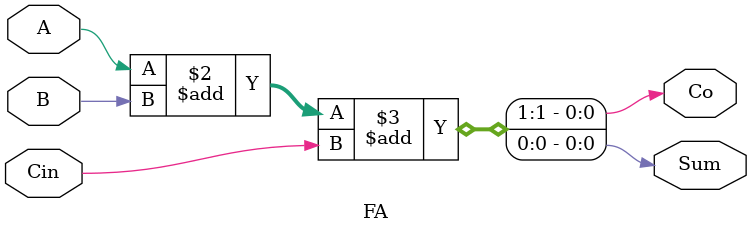
<source format=v>
`timescale 1ns / 1ps
module FA(input A,B,Cin,
          output reg Sum,Co
    );

    always @ (*) begin
        {Co,Sum}=A+B+Cin;
    end

endmodule

</source>
